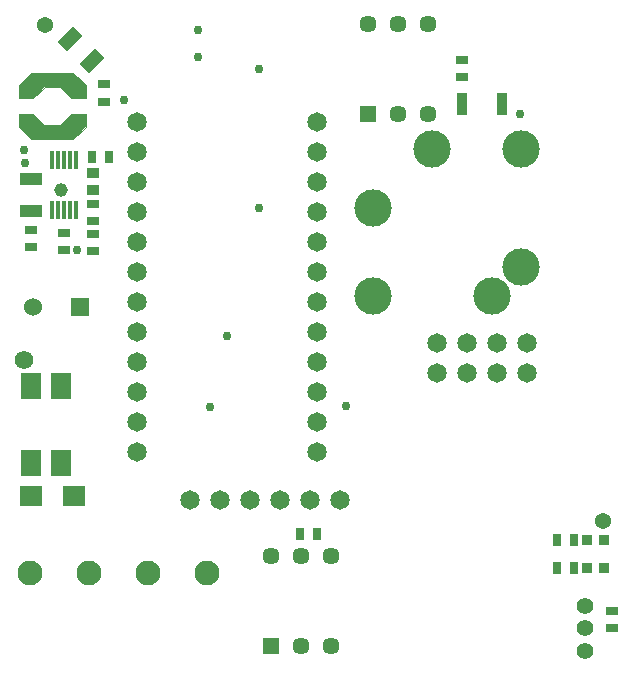
<source format=gbr>
%FSLAX35Y35*%
%MOIN*%
G04 EasyPC Gerber Version 18.0.8 Build 3632 *
%ADD130R,0.01702X0.06112*%
%ADD119R,0.02800X0.04300*%
%ADD121R,0.04300X0.02800*%
%ADD124R,0.04400X0.03200*%
%ADD129R,0.03750X0.07293*%
%ADD153R,0.06700X0.08900*%
%ADD120R,0.03750X0.03750*%
%ADD116R,0.05700X0.05700*%
%ADD126R,0.06000X0.06000*%
%ADD98C,0.00100*%
%ADD131C,0.02962*%
%ADD133C,0.04537*%
%ADD134C,0.05400*%
%ADD114C,0.05600*%
%ADD117C,0.05700*%
%ADD127C,0.06000*%
%ADD132C,0.06200*%
%ADD113C,0.06506*%
%ADD118C,0.08277*%
%ADD123R,0.07500X0.04400*%
%ADD128R,0.13198X0.04734*%
%ADD115C,0.12411*%
%AMT122*0 Rectangle Pad at angle 135*21,1,0.04400,0.07500,0,0,135*%
%ADD122T122*%
%ADD125R,0.07700X0.07100*%
X0Y0D02*
D02*
D98*
X25442Y193076D02*
X21584Y189217D01*
X16544*
X12686Y193076*
X7922*
Y188706*
X12056Y184572*
X26072*
X30206Y188706*
Y193076*
X25442*
G36*
X21584Y189217*
X16544*
X12686Y193076*
X7922*
Y188706*
X12056Y184572*
X26072*
X30206Y188706*
Y193076*
X25442*
G37*
Y198351D02*
X21584Y202209D01*
X16544*
X12686Y198351*
X7922*
Y202721*
X12056Y206855*
X26072*
X30206Y202721*
Y198351*
X25442*
G36*
X21584Y202209*
X16544*
X12686Y198351*
X7922*
Y202721*
X12056Y206855*
X26072*
X30206Y202721*
Y198351*
X25442*
G37*
D02*
D113*
X47253Y80359D03*
Y90359D03*
Y100359D03*
Y110359D03*
Y120359D03*
Y130359D03*
Y140359D03*
Y150359D03*
Y160359D03*
Y170359D03*
Y180359D03*
Y190359D03*
X65127Y64414D03*
X75127D03*
X85127D03*
X95127D03*
X105127D03*
X107253Y80359D03*
Y90359D03*
Y100359D03*
Y110359D03*
Y120359D03*
Y130359D03*
Y140359D03*
Y150359D03*
Y160359D03*
Y170359D03*
Y180359D03*
Y190359D03*
X115127Y64414D03*
X147332Y106580D03*
Y116580D03*
X157332Y106580D03*
Y116580D03*
X167332Y106580D03*
Y116580D03*
X177332Y106580D03*
Y116580D03*
D02*
D114*
X196623Y14217D03*
Y21717D03*
Y29217D03*
D02*
D115*
X126151Y132328D03*
Y161855D03*
X145836Y181540D03*
X165521Y132328D03*
X175363Y142170D03*
Y181540D03*
D02*
D116*
X91899Y15792D03*
X124182Y192957D03*
D02*
D117*
X91899Y45792D03*
X101899Y15792D03*
Y45792D03*
X111899Y15792D03*
Y45792D03*
X124182Y222957D03*
X134182Y192957D03*
Y222957D03*
X144182Y192957D03*
Y222957D03*
D02*
D118*
X11584Y40202D03*
X31269D03*
X50954D03*
X70639D03*
D02*
D119*
X32356Y178587D03*
X38056D03*
X101647Y53194D03*
X107347D03*
X187474Y41580D03*
Y51028D03*
X193174Y41580D03*
Y51028D03*
D02*
D120*
X197214Y41580D03*
Y51028D03*
X203119Y41580D03*
Y51028D03*
D02*
D121*
X11978Y148769D03*
Y154469D03*
X23001Y147588D03*
Y153288D03*
X32844Y147391D03*
Y153091D03*
Y157430D03*
Y163130D03*
X36190Y197194D03*
Y202894D03*
X155678Y205265D03*
Y210965D03*
X205678Y21800D03*
Y27500D03*
D02*
D122*
X24962Y218162D03*
X32457Y210667D03*
D02*
D123*
X11978Y160886D03*
Y171486D03*
D02*
D124*
X32844Y167767D03*
Y173267D03*
D02*
D125*
X12111Y65595D03*
X26411D03*
D02*
D126*
X28465Y128587D03*
D02*
D127*
X12765D03*
D02*
D128*
X19064Y186934D03*
Y204513D03*
D02*
D129*
X155678Y196501D03*
X169064D03*
D02*
D130*
X19064Y160910D03*
Y177761D03*
X21033Y160910D03*
Y177761D03*
X23001Y160910D03*
Y177761D03*
X24970Y160910D03*
Y177761D03*
X26938Y160910D03*
Y177761D03*
D02*
D131*
X9812Y180950D03*
X10009Y176816D03*
X27332Y147682D03*
X43080Y197879D03*
X67686Y212052D03*
Y220910D03*
X71623Y95517D03*
X77332Y119139D03*
X88159Y161658D03*
Y208115D03*
X117096Y95713D03*
X174970Y192957D03*
D02*
D132*
X9812Y111068D03*
D02*
D133*
X22017Y167564D03*
D02*
D134*
X16702Y222682D03*
X202726Y57524D03*
D02*
D153*
X12096Y76811D03*
Y102411D03*
X22096Y76811D03*
Y102411D03*
X0Y0D02*
M02*

</source>
